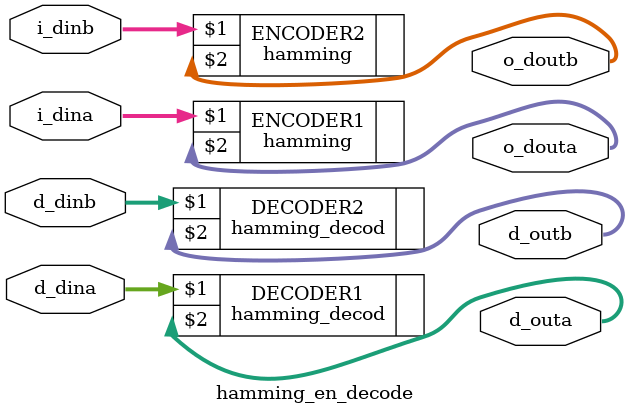
<source format=sv>
module hamming_en_decode  (i_dina,i_dinb,o_douta,o_doutb,d_dina,d_dinb,d_outa,d_outb);
			     	
  input   [7:0]		   i_dina; //data_in for A process for encoding
  input   [7:0]		   i_dinb; //data_in for B process for encoding
  
  output  [11:0]           o_douta;//data out for A process after encoding
  output  [11:0]	   o_doutb;//data out for B process after encoding

  input   [11:0]	   d_dina;//data out for A process  for decoding
  input   [11:0]	   d_dinb;//data out for B process  for decoding

  output  [7:0]		   d_outa; //data_in for A process  after decoding
  output  [7:0]		   d_outb; //data_in for B process  after decoding

  
 
  hamming                  ENCODER1  (i_dina,o_douta);  //instantiation of design to encode data for port1
	
  hamming                  ENCODER2  (i_dinb,o_doutb);   //instantiation of design to encode data for port2

  hamming_decod            DECODER1  (d_dina,d_outa);    //instantiation of design to decode data for port1

  hamming_decod            DECODER2  (d_dinb,d_outb);    //instantiation of design to decode data for port2

endmodule
</source>
